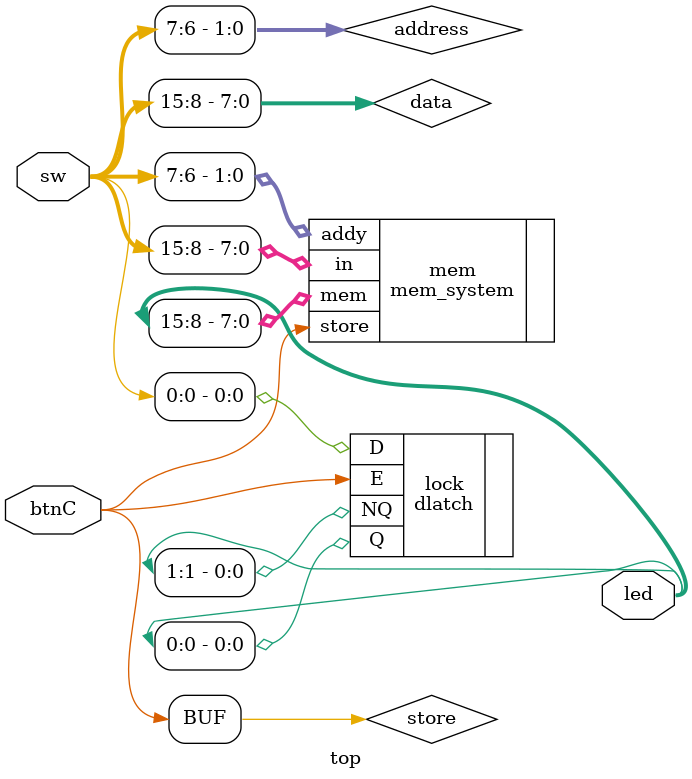
<source format=v>
module top(
    input [15:0] sw,
    input btnC,
    output [15:0] led

);
    dlatch lock(
    .D(sw[0]),
    .E(btnC),
    .Q(led[0]),
    .NQ(led[1])
    ); 

    wire [7:0] data;
    wire [1:0] address;
    wire store;
    
    assign data = sw[15:8];
    assign address = sw[7:6];
    assign store = btnC;
    
    mem_system mem(
    .in(data),
    .store(store),
    .addy(address),
    .mem(led[15:8])
    );
    
        
endmodule        
</source>
